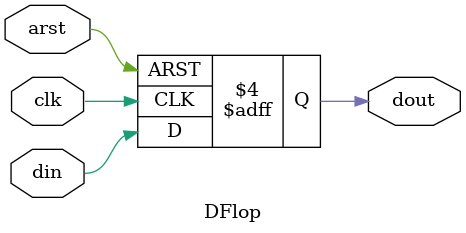
<source format=v>
/*--  *******************************************************
--  Computer Architecture Course, Laboratory Sources 
--  Amirkabir University of Technology (Tehran Polytechnic)
--  Department of Computer Engineering (CE-AUT)
--  https://ce[dot]aut[dot]ac[dot]ir
--  *******************************************************
--  All Rights reserved (C) 2019-2020
--  *******************************************************
--  Student ID  : 
--  Student Name: 
--  Student Mail: 
--  *******************************************************
--  Additional Comments:
--
--*/

/*-----------------------------------------------------------
---  Module Name: Light Dance
---  Description: Module5:
-----------------------------------------------------------*/
`timescale 1 ns/1 ns

module DFlop (
	input      arst  , // async reset
	input      clk   , // clock posedge
	input      din   , // data  in
//	input      load  , // data  load 
	output reg dout    // data  out
);

	initial begin
		dout = 0;
	end
	
	always @ ( posedge clk or posedge arst ) begin
		if ( arst == 1'b1 )
			dout <= 0;
		else 
			dout <= din;
	end

endmodule

</source>
